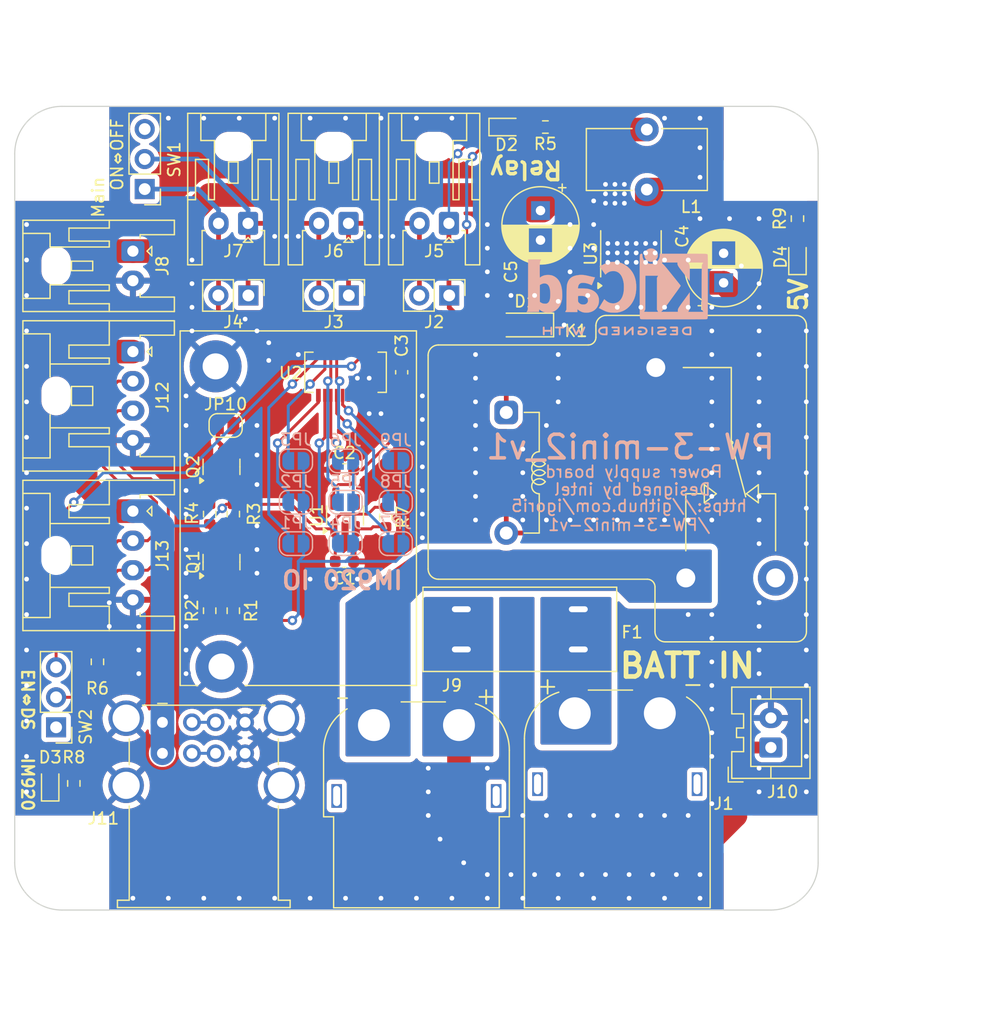
<source format=kicad_pcb>
(kicad_pcb (version 20240108) (generator "pcbnew") (generator_version "8.0")
  (layers (0 "F.Cu" signal) (31 "B.Cu" signal) (34 "B.Paste" user) (35 "F.Paste" user) (36 "B.SilkS" user "B.Silkscreen") (37 "F.SilkS" user "F.Silkscreen") (38 "B.Mask" user) (39 "F.Mask" user) (44 "Edge.Cuts" user))
  (net 0 "")
  (net 1 "GND")
  (net 2 "Net-(D4-A)")
  (net 3 "Net-(J11-D1+)")
  (net 4 "Net-(J1-Pin_2)")
  (net 5 "Net-(J11-D2+)")
  (net 6 "Net-(D1-A)")
  (net 7 "+5V")
  (net 8 "Net-(D3-A)")
  (net 9 "+BATT")
  (net 10 "Net-(L1-Pad1)")
  (net 11 "Net-(D3-K)")
  (net 12 "Net-(J2-Pin_2)")
  (net 13 "/Vout-")
  (net 14 "Net-(J3-Pin_2)")
  (net 15 "Net-(J4-Pin_2)")
  (net 16 "/IM920_IN")
  (net 17 "Net-(SW2-B)")
  (net 19 "Net-(Q1-C)")
  (net 20 "Net-(Q2-G)")
  (net 21 "Net-(U1-EN)")
  (net 24 "/IM920_RESET")
  (net 28 "+3V3")
  (net 31 "Net-(Q1-B)")
  (net 37 "Net-(D2-A)")
  (net 38 "/CANH")
  (net 39 "/CANL")
  (net 40 "/IM920_IO1")
  (net 41 "/IM920_IO2")
  (net 42 "/IM920_IO6")
  (net 43 "/IM920_IO7")
  (net 44 "/IM920_IO5")
  (net 45 "/IM920_IO3")
  (net 46 "/IM920_IO4")
  (net 47 "/IM920_IO8")
  (net 48 "/IM920_IO10")
  (footprint "Resistor_SMD:R_0603_1608Metric" (layer "F.Cu") (at 119 97 90)
    (property "Reference" "R6")
    (property "Value" "120")
  )
  (footprint "Package_TO_SOT_SMD:SOT-23-5" (layer "F.Cu") (at 139.956249 84.6125 90)
    (property "Reference" "U1")
    (property "Value" "MIC5504-3.3YM5")
  )
  (footprint "Capacitor_SMD:C_0603_1608Metric" (layer "F.Cu") (at 139.901249 88.505 180)
    (property "Reference" "C1")
    (property "Value" "1u")
  )
  (footprint "Resistor_SMD:R_0603_1608Metric" (layer "F.Cu") (at 130.5 92.675 90)
    (property "Reference" "R1")
    (property "Value" "1k")
  )
  (footprint "Capacitor_THT:CP_Radial_D6.3mm_P2.50mm" (layer "F.Cu") (at 156.5 58.817621 -90)
    (property "Reference" "C5")
    (property "Value" "470μF")
  )
  (footprint "Capacitor_SMD:C_0603_1608Metric" (layer "F.Cu") (at 144.75 72.5 -90)
    (property "Reference" "C3")
    (property "Value" "100n")
  )
  (footprint "Resistor_SMD:R_0603_1608Metric" (layer "F.Cu") (at 130.5 84.5 90)
    (property "Reference" "R3")
    (property "Value" "10k")
  )
  (footprint "Resistor_SMD:R_0603_1608Metric" (layer "F.Cu") (at 117 107.2875 -90)
    (property "Reference" "R8")
    (property "Value" "10k")
  )
  (footprint "Connector_JST:JST_XA_S02B-XASK-1_1x02_P2.50mm_Horizontal" (layer "F.Cu") (at 122 62.25 -90)
    (property "Reference" "J8")
    (property "Value" "Conn_01x02_Female")
  )
  (footprint "Connector_AMASS:AMASS_XT60PW-M_1x02_P7.20mm_Horizontal" (layer "F.Cu") (at 166.6 101.35 180)
    (property "Reference" "J1")
    (property "Value" "XT60_M")
  )
  (footprint "Connector_JST:JST_XA_B02B-XASK-1_1x02_P2.50mm_Vertical" (layer "F.Cu") (at 176 104.25 90)
    (property "Reference" "J10")
    (property "Value" "Conn_01x02_Female")
  )
  (footprint "Jumper:SolderJumper-2_P1.3mm_Open_RoundedPad1.0x1.5mm" (layer "F.Cu") (at 129.85 77)
    (property "Reference" "JP10")
    (property "Value" "SolderJumper_2_Open")
  )
  (footprint "Library:IM920s" (layer "F.Cu") (at 136 84 180)
    (property "Reference" "U2")
    (property "Value" "IM920s")
  )
  (footprint "Resistor_SMD:R_0603_1608Metric" (layer "F.Cu") (at 156.9125 51.75 180)
    (property "Reference" "R5")
    (property "Value" "10k")
  )
  (footprint "Capacitor_SMD:C_0603_1608Metric" (layer "F.Cu") (at 139.906249 80.75)
    (property "Reference" "C2")
    (property "Value" "1u")
  )
  (footprint "MountingHole:MountingHole_3.2mm_M3" (layer "F.Cu") (at 116 54)
    (property "Reference" "H1" (hide yes))
    (property "Value" "MountingHole")
  )
  (footprint "MountingHole:MountingHole_3.2mm_M3" (layer "F.Cu") (at 176 54)
    (property "Reference" "H2" (hide yes))
    (property "Value" "MountingHole")
  )
  (footprint "Inductor_THT:L_Toroid_Vertical_L10.0mm_W5.0mm_P5.08mm" (layer "F.Cu") (at 165.5 57.04 180)
    (property "Reference" "L1")
    (property "Value" "50μH")
  )
  (footprint "Package_SO:SOIC-8_3.9x4.9mm_P1.27mm" (layer "F.Cu") (at 164.155 62.475 90)
    (property "Reference" "U3")
    (property "Value" "DAISO_DC/DC")
  )
  (footprint "Capacitor_THT:CP_Radial_D6.3mm_P2.50mm" (layer "F.Cu") (at 172 64.93238 90)
    (property "Reference" "C4")
    (property "Value" "100μF")
  )
  (footprint "LED_SMD:LED_0603_1608Metric" (layer "F.Cu") (at 153.625 51.75)
    (property "Reference" "D2")
    (property "Value" "LED")
  )
  (footprint "Connector_JST:JST_XA_S04B-XASK-1_1x04_P2.50mm_Horizontal" (layer "F.Cu") (at 122 84.25 -90)
    (property "Reference" "J13")
    (property "Value" "Conn_01x04_Female")
  )
  (footprint "Connector_PinHeader_2.54mm:PinHeader_1x02_P2.54mm_Vertical" (layer "F.Cu") (at 140.275 66 -90)
    (property "Reference" "J3")
    (property "Value" "Conn_01x02_Male")
  )
  (footprint "Connector_JST:JST_XA_S02B-XASK-1_1x02_P2.50mm_Horizontal" (layer "F.Cu") (at 148.75 59.9 180)
    (property "Reference" "J5")
    (property "Value" "Conn_01x02_Female")
  )
  (footprint "Resistor_SMD:R_0603_1608Metric" (layer "F.Cu") (at 178.25 59.5 -90)
    (property "Reference" "R9")
    (property "Value" "R")
  )
  (footprint "Connector_AMASS:AMASS_XT60PW-F_1x02_P7.20mm_Horizontal" (layer "F.Cu") (at 142.4 102.35 180)
    (property "Reference" "J9")
    (property "Value" "XT60_F")
  )
  (footprint "Connector_PinHeader_2.54mm:PinHeader_1x03_P2.54mm_Vertical" (layer "F.Cu") (at 123 57 180)
    (property "Reference" "SW1")
    (property "Value" "SW_SPDT")
  )
  (footprint "Connector_USB:USB_A_Wuerth_61400826021_Horizontal_Stacked" (layer "F.Cu") (at 124.5 102.12)
    (property "Reference" "J11")
    (property "Value" "USB_A_Stacked")
  )
  (footprint "Connector_PinHeader_2.54mm:PinHeader_1x03_P2.54mm_Vertical" (layer "F.Cu") (at 115.5 102.54 180)
    (property "Reference" "SW2")
    (property "Value" "SW_SPDT")
  )
  (footprint "LED_SMD:LED_0603_1608Metric" (layer "F.Cu") (at 178.25 62.75 90)
    (property "Reference" "D4")
    (property "Value" "LED")
  )
  (footprint "Connector_PinHeader_2.54mm:PinHeader_1x02_P2.54mm_Vertical" (layer "F.Cu") (at 131.775 66 -90)
    (property "Reference" "J4")
    (property "Value" "Conn_01x02_Male")
  )
  (footprint "Library:Fuseholder_Keystone_3568" (layer "F.Cu") (at 154.75 94.25 180)
    (property "Reference" "F1")
    (property "Value" "Fuse")
  )
  (footprint "Package_TO_SOT_SMD:SOT-23" (layer "F.Cu") (at 129.5 88.5625 90)
    (property "Reference" "Q1")
    (property "Value" "2SC3325-Y")
  )
  (footprint "Connector_JST:JST_XA_S04B-XASK-1_1x04_P2.50mm_Horizontal" (layer "F.Cu") (at 122 70.75 -90)
    (property "Reference" "J12")
    (property "Value" "Conn_01x04_Female")
  )
  (footprint "Connector_PinHeader_2.54mm:PinHeader_1x02_P2.54mm_Vertical" (layer "F.Cu") (at 148.775 66 -90)
    (property "Reference" "J2")
    (property "Value" "Conn_01x02_Male")
  )
  (footprint "Package_TO_SOT_SMD:SOT-23" (layer "F.Cu") (at 129.5 80.5 90)
    (property "Reference" "Q2")
    (property "Value" "2N7002K")
  )
  (footprint "MountingHole:MountingHole_3.2mm_M3" (layer "F.Cu") (at 176 114)
    (property "Reference" "H4" (hide yes))
    (property "Value" "MountingHole")
  )
  (footprint "Connector_JST:JST_XA_S02B-XASK-1_1x02_P2.50mm_Horizontal" (layer "F.Cu") (at 131.75 59.9 180)
    (property "Reference" "J7")
    (property "Value" "Conn_01x02_Female")
  )
  (footprint "Resistor_SMD:R_0603_1608Metric" (layer "F.Cu") (at 128.5 84.5 -90)
    (property "Reference" "R4")
    (property "Value" "10")
  )
  (footprint "MountingHole:MountingHole_3.2mm_M3" (layer "F.Cu") (at 116 114)
    (property "Reference" "H3" (hide yes))
    (property "Value" "MountingHole")
  )
  (footprint "Relay_THT:Relay_SPDT_RAYEX-L90S" (layer "F.Cu") (at 151.06 81)
    (property "Reference" "K1")
    (property "Value" "PR24-24V-900-1C")
  )
  (footprint "LED_SMD:LED_0603_1608Metric" (layer "F.Cu") (at 115 107.2875 90)
    (property "Reference" "D3")
    (property "Value" "LED")
  )
  (footprint "Connector_JST:JST_XA_S02B-XASK-1_1x02_P2.50mm_Horizontal" (layer "F.Cu") (at 140.25 59.9 180)
    (property "Reference" "J6")
    (property "Value" "Conn_01x02_Female")
  )
  (footprint "Resistor_SMD:R_0603_1608Metric" (layer "F.Cu") (at 143.406249 84.75 -90)
    (property "Reference" "R7")
    (property "Value" "10k")
  )
  (footprint "Resistor_SMD:R_0603_1608Metric" (layer "F.Cu") (at 128.5 92.675 -90)
    (property "Reference" "R2")
    (property "Value" "10k")
  )
  (footprint "Diode_SMD:D_SOD-123" (layer "F.Cu") (at 155.25 68.5 180)
    (property "Reference" "D1")
    (property "Value" "GS1010FL")
  )
  (footprint "Jumper:SolderJumper-2_P1.3mm_Open_RoundedPad1.0x1.5mm" (layer "B.Cu") (at 140 83.5 180)
    (property "Reference" "JP5")
    (property "Value" "SolderJumper_2_Open")
  )
  (footprint "Jumper:SolderJumper-2_P1.3mm_Open_RoundedPad1.0x1.5mm" (layer "B.Cu") (at 140 80 180)
    (property "Reference" "JP6")
    (property "Value" "SolderJumper_2_Open")
  )
  (footprint "Jumper:SolderJumper-2_P1.3mm_Open_RoundedPad1.0x1.5mm" (layer "B.Cu") (at 144.25 83.5 180)
    (property "Reference" "JP8")
    (property "Value" "SolderJumper_2_Open")
  )
  (footprint "Jumper:SolderJumper-2_P1.3mm_Open_RoundedPad1.0x1.5mm" (layer "B.Cu") (at 140 87 180)
    (property "Reference" "JP4")
    (property "Value" "SolderJumper_2_Open")
  )
  (footprint "Jumper:SolderJumper-2_P1.3mm_Open_RoundedPad1.0x1.5mm" (layer "B.Cu") (at 144.25 80 180)
    (property "Reference" "JP9")
    (property "Value" "SolderJumper_2_Open")
  )
  (footprint "Jumper:SolderJumper-2_P1.3mm_Open_RoundedPad1.0x1.5mm" (layer "B.Cu") (at 135.8 83.5 180)
    (property "Reference" "JP2")
    (property "Value" "SolderJumper_2_Open")
  )
  (footprint "Jumper:SolderJumper-2_P1.3mm_Open_RoundedPad1.0x1.5mm" (layer "B.Cu") (at 144.25 87 180)
    (property "Reference" "JP7")
    (property "Value" "SolderJumper_2_Open")
  )
  (footprint "Symbol:KiCad-Logo2_6mm_SilkScreen" (layer "B.Cu") (at 163 65 180)
    (property "Reference" "REF**" (hide yes))
    (property "Value" "KiCad-Logo2_6mm_SilkScreen" (hide yes))
  )
  (footprint "Jumper:SolderJumper-2_P1.3mm_Open_RoundedPad1.0x1.5mm" (layer "B.Cu") (at 135.8 87 180)
    (property "Reference" "JP1")
    (property "Value" "SolderJumper_2_Open")
  )
  (footprint "Jumper:SolderJumper-2_P1.3mm_Open_RoundedPad1.0x1.5mm" (layer "B.Cu") (at 135.8 80 180)
    (property "Reference" "JP3")
    (property "Value" "SolderJumper_2_Open")
  )
  (gr_arc (start 176 50) (mid 178.828427 51.171573) (end 180 54) (stroke (width 0.1)) (layer "Edge.Cuts"))
  (gr_line (start 112 114) (end 112 54) (stroke (width 0.1)) (layer "Edge.Cuts"))
  (gr_arc (start 180 114) (mid 178.828427 116.828427) (end 176 118) (stroke (width 0.1)) (layer "Edge.Cuts"))
  (gr_line (start 116 118) (end 176 118) (stroke (width 0.1)) (layer "Edge.Cuts"))
  (gr_arc (start 112 54) (mid 113.171573 51.171573) (end 116 50) (stroke (width 0.1)) (layer "Edge.Cuts"))
  (gr_line (start 176 50) (end 116 50) (stroke (width 0.1)) (layer "Edge.Cuts"))
  (gr_line (start 180 114) (end 180 54) (stroke (width 0.1)) (layer "Edge.Cuts"))
  (gr_arc (start 116 118) (mid 113.171573 116.828427) (end 112 114) (stroke (width 0.1)) (layer "Edge.Cuts"))
  (gr_text "Power supply board " (at 172 81.5 -0) (layer "B.SilkS") (effects (font (size 1 1)) (justify left bottom mirror)))
  (gr_text "IM920 IO" (at 145 91 0) (layer "B.SilkS") (effects (font (size 1.5 1.5) (thickness 0.3) (bold yes)) (justify left bottom mirror)))
  (gr_text "PW-3-mini2_v1" (at 176.5 80 0) (layer "B.SilkS") (effects (font (size 2 2) (thickness 0.3) (bold yes)) (justify left bottom mirror)))
  (gr_text "https://github.com/igori5\n/PW-3-mini2-v1" (at 164 86 0) (layer "B.SilkS") (effects (font (size 1 1)) (justify bottom mirror)))
  (gr_text "Designed by intel" (at 171 83 -0) (layer "B.SilkS") (effects (font (size 1 1)) (justify left bottom mirror)))
  (gr_text "IM920" (at 112.5 105 -90) (layer "F.SilkS") (effects (font (size 1 1) (thickness 0.2) (bold yes)) (justify left bottom)))
  (gr_text "5V" (at 179.2 67.5 90) (layer "F.SilkS") (effects (font (size 1.5 1.5) (thickness 0.3) (bold yes)) (justify left bottom)))
  (gr_text "Main \n   ON⇔OFF" (at 121.25 59.5 90) (layer "F.SilkS") (effects (font (size 1 1)) (justify left bottom)))
  (gr_text "BATT IN" (at 163 98.5 0) (layer "F.SilkS") (effects (font (size 2 2) (thickness 0.4) (bold yes)) (justify left bottom)))
  (gr_text "Relay" (at 158.5 54.5 180) (layer "F.SilkS") (effects (font (size 1.5 1.5) (thickness 0.3) (bold yes)) (justify left bottom)))
  (gr_text "EN⇔DS" (at 112.5 97.5 -90) (layer "F.SilkS") (effects (font (size 1 1) (thickness 0.2) (bold yes)) (justify left bottom)))
  (segment (start 141.75 74.45) (end 141.75 73.25) (width 0.25) (layer "F.Cu") (net 1))
  (segment (start 141.75 75.75) (end 142 76) (width 0.25) (layer "F.Cu") (net 1))
  (segment (start 141.75 73.25) (end 142 73) (width 0.25) (layer "F.Cu") (net 1))
  (segment (start 141.75 74.45) (end 141.75 75.75) (width 0.25) (layer "F.Cu") (net 1))
  (via (at 179 72) (size 0.8) (drill 0.4) (layers "F.Cu" "B.Cu") (net 1))
  (via (at 132.5 77) (size 0.8) (drill 0.4) (layers "F.Cu" "B.Cu") (net 1))
  (via (at 113 63) (size 0.8) (drill 0.4) (layers "F.Cu" "B.Cu") (net 1))
  (via (at 162.8 58.2) (size 0.8) (drill 0.4) (layers "F.Cu" "B.Cu") (net 1))
  (via (at 126.5 94) (size 0.8) (drill 0.4) (layers "F.Cu" "B.Cu") (net 1))
  (via (at 169 67) (size 0.8) (drill 0.4) (layers "F.Cu" "B.Cu") (net 1))
  (via (at 159 60) (size 0.8) (drill 0.4) (layers "F.Cu" "B.Cu") (net 1))
  (via (at 166 115) (size 0.8) (drill 0.4) (layers "F.Cu" "B.Cu") (net 1))
  (via (at 151 79) (size 0.8) (drill 0.4) (layers "F.Cu" "B.Cu") (net 1))
  (via (at 166.2 61.6) (size 0.8) (drill 0.4) (layers "F.Cu" "B.Cu") (net 1))
  (via (at 162 56.6) (size 0.8) (drill 0.4) (layers "F.Cu" "B.Cu") (net 1))
  (via (at 122.5 94) (size 0.8) (drill 0.4) (layers "F.Cu" "B.Cu") (net 1))
  (via (at 134 61) (size 0.8) (drill 0.4) (layers "F.Cu" "B.Cu") (net 1))
  (via (at 170 56) (size 0.8) (drill 0.4) (layers "F.Cu" "B.Cu") (net 1))
  (via (at 128 51) (size 0.8) (drill 0.4) (layers "F.Cu" "B.Cu") (net 1))
  (via (at 171 103) (size 0.8) (drill 0.4) (layers "F.Cu" "B.Cu") (net 1))
  (via (at 161 85) (size 0.8) (drill 0.4) (layers "F.Cu" "B.Cu") (net 1))
  (via (at 158 117) (size 0.8) (drill 0.4) (layers "F.Cu" "B.Cu") (net 1))
  (via (at 126.5 89.5) (size 0.8) (drill 0.4) (layers "F.Cu" "B.Cu") (net 1))
  (via (at 167 110) (size 0.8) (drill 0.4) (layers "F.Cu" "B.Cu") (net 1))
  (via (at 166.2 62.4) (size 0.8) (drill 0.4) (layers "F.Cu" "B.Cu") (net 1))
  (via (at 170 53.5) (size 0.8) (drill 0.4) (layers "F.Cu" "B.Cu") (net 1))
  (via (at 164.6 63.2) (size 0.8) (drill 0.4) (layers "F.Cu" "B.Cu") (net 1))
  (via (at 122.5 98) (size 0.8) (drill 0.4) (layers "F.Cu" "B.Cu") (net 1))
  (via (at 126.5 96) (size 0.8) (drill 0.4) (layers "F.Cu" "B.Cu") (net 1))
  (via (at 155 81) (size 0.8) (drill 0.4) (layers "F.Cu" "B.Cu") (net 1))
  (via (at 142 61) (size 0.8) (drill 0.4) (layers "F.Cu" "B.Cu") (net 1))
  (via (at 171 79) (size 0.8) (drill 0.4) (layers "F.Cu" "B.Cu") (net 1))
  (via (at 169 63) (size 0.8) (drill 0.4) (layers "F.Cu" "B.Cu") (net 1))
  (via (at 122 117) (size 0.8) (drill 0.4) (layers "F.Cu" "B.Cu") (net 1))
  (via (at 159 110) (size 0.8) (drill 0.4) (layers "F.Cu" "B.Cu") (net 1))
  (via (at 162.2 62.4) (size 0.8) (drill 0.4) (layers "F.Cu" "B.Cu") (net 1))
  (via (at 151 85) (size 0.8) (drill 0.4) (layers "F.Cu" "B.Cu") (net 1))
  (via (at 132.5 69) (size 0.8) (drill 0.4) (layers "F.Cu" "B.Cu") (net 1))
  (via (at 131.5 68) (size 0.8) (drill 0.4) (layers "F.Cu" "B.Cu") (net 1))
  (via (at 171 97) (size 0.8) (drill 0.4) (layers "F.Cu" "B.Cu") (net 1))
  (via (at 152 62) (size 0.8) (drill 0.4) (layers "F.Cu" "B.Cu") (net 1))
  (via (at 165.4 62.4) (size 0.8) (drill 0.4) (layers "F.Cu" "B.Cu") (net 1))
  (via (at 132.5 87.5) (size 0.8) (drill 0.4) (layers "F.Cu" "B.Cu") (net 1))
  (via (at 163 62.4) (size 0.8) (drill 0.4) (layers "F.Cu" "B.Cu") (net 1))
  (via (at 161 58) (size 0.8) (drill 0.4) (layers "F.Cu" "B.Cu") (net 1))
  (via (at 152 66) (size 0.8) (drill 0.4) (layers "F.Cu" "B.Cu") (net 1))
  (via (at 152 115) (size 0.8) (drill 0.4) (layers "F.Cu" "B.Cu") (net 1))
  (via (at 136 71) (size 0.8) (drill 0.4) (layers "F.Cu" "B.Cu") (net 1))
  (via (at 179 66) (size 0.8) (drill 0.4) (layers "F.Cu" "B.Cu") (net 1))
  (via (at 125 117) (size 0.8) (drill 0.4) (layers "F.Cu" "B.Cu") (net 1))
  (via (at 175 59.5) (size 0.8) (drill 0.4) (layers "F.Cu" "B.Cu") (net 1))
  (via (at 157 110) (size 0.8) (drill 0.4) (layers "F.Cu" "B.Cu") (net 1))
  (via (at 164 117) (size 0.8) (drill 0.4) (layers "F.Cu" "B.Cu") (net 1))
  (via (at 113 66) (size 0.8) (drill 0.4) (layers "F.Cu" "B.Cu") (net 1))
  (via (at 158 71) (size 0.8) (drill 0.4) (layers "F.Cu" "B.Cu") (net 1))
  (via (at 163 61.6) (size 0.8) (drill 0.4) (layers "F.Cu" "B.Cu") (net 1))
  (via (at 146.5 82.5) (size 0.8) (drill 0.4) (layers "F.Cu" "B.Cu") (net 1))
  (via (at 126.5 74.5) (size 0.8) (drill 0.4) (layers "F.Cu" "B.Cu") (net 1))
  (via (at 163 85) (size 0.8) (drill 0.4) (layers "F.Cu" "B.Cu") (net 1))
  (via (at 179 96) (size 0.8) (drill 0.4) (layers "F.Cu" "B.Cu") (net 1))
  (via (at 171 83) (size 0.8) (drill 0.4) (layers "F.Cu" "B.Cu") (net 1))
  (via (at 125 51) (size 0.8) (drill 0.4) (layers "F.Cu" "B.Cu") (net 1))
  (via (at 156 66) (size 0.8) (drill 0.4) (layers "F.Cu" "B.Cu") (net 1))
  (via (at 167 85) (size 0.8) (drill 0.4) (layers "F.Cu" "B.Cu") (net 1))
  (via (at 126.5 91.5) (size 0.8) (drill 0.4) (layers "F.Cu" "B.Cu") (net 1))
  (via (at 152 64) (size 0.8) (drill 0.4) (layers "F.Cu" "B.Cu") (net 1))
  (via (at 136 61) (size 0.8) (drill 0.4) (layers "F.Cu" "B.Cu") (net 1))
  (via (at 175 92) (size 0.8) (drill 0.4) (layers "F.Cu" "B.Cu") (net 1))
  (via (at 158 75) (size 0.8) (drill 0.4) (layers "F.Cu" "B.Cu") (net 1))
  (via (at 163 63.2) (size 0.8) (drill 0.4) (layers "F.Cu" "B.Cu") (net 1))
  (via (at 163 67) (size 0.8) (drill 0.4) (layers "F.Cu" "B.Cu") (net 1))
  (via (at 159 64) (size 0.8) (drill 0.4) (layers "F.Cu" "B.Cu") (net 1))
  (via (at 171 69) (size 0.8) (drill 0.4) (layers "F.Cu" "B.Cu") (net 1))
  (via (at 148 112) (size 0.8) (drill 0.4) (layers "F.Cu" "B.Cu") (net 1))
  (via (at 170 59.5) (size 0.8) (drill 0.4) (layers "F.Cu" "B.Cu") (net 1))
  (via (at 175 98) (size 0.8) (drill 0.4) (layers "F.Cu" "B.Cu") (net 1))
  (via (at 179 69) (size 0.8) (drill 0.4) (layers "F.Cu" "B.Cu") (net 1))
  (via (at 163.8 62.4) (size 0.8) (drill 0.4) (layers "F.Cu" "B.Cu") (net 1))
  (via (at 113 90) (size 0.8) (drill 0.4) (layers "F.Cu" "B.Cu") (net 1))
  (via (at 161 62) (size 0.8) (drill 0.4) (layers "F.Cu" "B.Cu") (net 1))
  (via (at 134 51) (size 0.8) (drill 0.4) (layers "F.Cu" "B.Cu") (net 1))
  (via (at 161 60) (size 0.8) (drill 0.4) (layers "F.Cu" "B.Cu") (net 1))
  (via (at 151 77) (size 0.8) (drill 0.4) (layers "F.Cu" "B.Cu") (net 1))
  (via (at 113 87) (size 0.8) (drill 0.4) (layers "F.Cu" "B.Cu") (net 1))
  (via (at 132.5 79.5) (size 0.8) (drill 0.4) (layers "F.Cu" "B.Cu") (net 1))
  (via (at 165.4 63.2) (size 0.8) (drill 0.4) (layers "F.Cu" "B.Cu") (net 1))
  (via (at 162 58.2) (size 0.8) (drill 0.4) (layers "F.Cu" "B.Cu") (net 1))
  (via (at 163.6 57.4) (size 0.8) (drill 0.4) (layers "F.Cu" "B.Cu") (net 1))
  (via (at 171 93) (size 0.8) (drill 0.4) (layers "F.Cu" "B.Cu") (net 1))
  (via (at 163.8 61.6) (size 0.8) (drill 0.4) (layers "F.Cu" "B.Cu") (net 1))
  (via (at 131 117) (size 0.8) (drill 0.4) (layers "F.Cu" "B.Cu") (net 1))
  (via (at 171 101) (size 0.8) (drill 0.4) (layers "F.Cu" "B.Cu") (net 1))
  (via (at 113 105) (size 0.8) (drill 0.4) (layers "F.Cu" "B.Cu") (net 1))
  (via (at 179 93) (size 0.8) (drill 0.4) (layers "F.Cu" "B.Cu") (net 1))
  (via (at 132.5 85.5) (size 0.8) (drill 0.4) (layers "F.Cu" "B.Cu") (net 1))
  (via (at 169 85) (size 0.8) (drill 0.4) (layers "F.Cu" "B.Cu") (net 1))
  (via (at 171 67) (size 0.8) (drill 0.4) (layers "F.Cu" "B.Cu") (net 1))
  (via (at 134 117) (size 0.8) (drill 0.4) (layers "F.Cu" "B.Cu") (net 1))
  (via (at 126.5 79.5) (size 0.8) (drill 0.4) (layers "F.Cu" "B.Cu") (net 1))
  (via (at 162 115) (size 0.8) (drill 0.4) (layers "F.Cu" "B.Cu") (net 1))
  (via (at 171 77) (size 0.8) (drill 0.4) (layers "F.Cu" "B.Cu") (net 1))
  (via (at 113 99) (size 0.8) (drill 0.4) (layers "F.Cu" "B.Cu") (net 1))
  (via (at 158 73) (size 0.8) (drill 0.4) (layers "F.Cu" "B.Cu") (net 1))
  (via (at 163.8 63.2) (size 0.8) (drill 0.4) (layers "F.Cu" "B.Cu") (net 1))
  (via (at 127 65) (size 0.8) (drill 0.4) (layers "F.Cu" "B.Cu") (net 1))
  (via (at 120 92) (size 0.8) (drill 0.4) (layers "F.Cu" "B.Cu") (net 1))
  (via (at 147 106) (size 0.8) (drill 0.4) (layers "F.Cu" "B.Cu") (net 1))
  (via (at 179 102) (size 0.8) (drill 0.4) (layers "F.Cu" "B.Cu") (net 1))
  (via (at 113 60) (size 0.8) (drill 0.4) (layers "F.Cu" "B.Cu") (net 1))
  (via (at 158 115) (size 0.8) (drill 0.4) (layers "F.Cu" "B.Cu") (net 1))
  (via (at 175 75) (size 0.8) (drill 0.4) (layers "F.Cu" "B.Cu") (net 1))
  (via (at 175 87) (size 0.8) (drill 0.4) (layers "F.Cu" "B.Cu") (net 1))
  (via (at 155 110) (size 0.8) (drill 0.4) (layers "F.Cu" "B.Cu") (net 1))
  (via (at 163.6 56.6) (size 0.8) (drill 0.4) (layers "F.Cu" "B.Cu") (net 1))
  (via (at 154 66) (size 0.8) (drill 0.4) (layers "F.Cu" "B.Cu") (net 1))
  (via (at 157 85) (size 0.8) (drill 0.4) (layers "F.Cu" "B.Cu") (net 1))
  (via (at 126.5 84.5) (size 0.8) (drill 0.4) (layers "F.Cu" "B.Cu") (net 1))
  (via (at 179 90) (size 0.8) (drill 0.4) (layers "F.Cu" "B.Cu") (net 1))
  (via (at 179 81) (size 0.8) (drill 0.4) (layers "F.Cu" "B.Cu") (net 1))
  (via (at 171 85) (size 0.8) (drill 0.4) (layers "F.Cu" "B.Cu") (net 1))
  (via (at 113 78) (size 0.8) (drill 0.4) (layers "F.Cu" "B.Cu") (net 1))
  (via (at 143 117) (size 0.8) (drill 0.4) (layers "F.Cu" "B.Cu") (net 1))
  (via (at 113 81) (size 0.8) (drill 0.4) (layers "F.Cu" "B.Cu") (net 1))
  (via (at 171 95) (size 0.8) (drill 0.4) (layers "F.Cu" "B.Cu") (net 1))
  (via (at 167 67) (size 0.8) (drill 0.4) (layers "F.Cu" "B.Cu") (net 1))
  (via (at 155 79) (size 0.8) (drill 0.4) (layers "F.Cu" "B.Cu") (net 1))
  (via (at 159 85) (size 0.8) (drill 0.4) (layers "F.Cu" "B.Cu") (net 1))
  (via (at 170 115) (size 0.8) (drill 0.4) (layers "F.Cu" "B.Cu") (net 1))
  (via (at 162.8 56.6) (size 0.8) (drill 0.4) (layers "F.Cu" "B.Cu") (net 1))
  (via (at 175 81) (size 0.8) (drill 0.4) (layers "F.Cu" "B.Cu") (net 1))
  (via (at 167 51) (size 0.8) (drill 0.4) (layers "F.Cu" "B.Cu") (net 1))
  (via (at 126.5 87.5) (size 0.8) (drill 0.4) (layers "F.Cu" "B.Cu") (net 1))
  (via (at 164.6 62.4) (size 0.8) (drill 0.4) (layers "F.Cu" "B.Cu") (net 1))
  (via (at 179 87) (size 0.8) (drill 0.4) (layers "F.Cu" "B.Cu") (net 1))
  (via (at 171 109) (size 0.8) (drill 0.4) (layers "F.Cu" "B.Cu") (net 1))
  (via (at 179 105) (size 0.8) (drill 0.4) (layers "F.Cu" "B.Cu") (net 1))
  (via (at 141 73) (size 0.8) (drill 0.4) (layers "F.Cu" "B.Cu") (net 1))
  (via (at 162.8 57.4) (size 0.8) (drill 0.4) (layers "F.Cu" "B.Cu") (net 1))
  (via (at 171 73) (size 0.8) (drill 0.4) (layers "F.Cu" "B.Cu") (net 1))
  (via (at 161 110) (size 0.8) (drill 0.4) (layers "F.Cu" "B.Cu") (net 1))
  (via (at 175 73) (size 0.8) (drill 0.4) (layers "F.Cu" "B.Cu") (net 1))
  (via (at 173.5 63.5) (size 0.8) (drill 0.4) (layers "F.Cu" "B.Cu") (net 1))
  (via (at 137 117) (size 0.8) (drill 0.4) (layers "F.Cu" "B.Cu") (net 1))
  (via (at 159 62) (size 0.8) (drill 0.4) (layers "F.Cu" "B.Cu") (net 1))
  (via (at 146.5 84.5) (size 0.8) (drill 0.4) (layers "F.Cu" "B.Cu") (net 1))
  (via (at 155 85) (size 0.8) (drill 0.4) (layers "F.Cu" "B.Cu") (net 1))
  (via (at 158 66.5) (size 0.8) (drill 0.4) (layers "F.Cu" "B.Cu") (net 1))
  (via (at 165.4 61.6) (size 0.8) (drill 0.4) (layers "F.Cu" "B.Cu") (net 1))
  (via (at 113 75) (size 0.8) (drill 0.4) (layers "F.Cu" "B.Cu") (net 1))
  (via (at 165 85) (size 0.8) (drill 0.4) (layers "F.Cu" "B.Cu") (net 1))
  (via (at 120 94) (size 0.8) (drill 0.4) (layers "F.Cu" "B.Cu") (net 1))
  (via (at 137 90) (size 0.8) (drill 0.4) (layers "F.Cu" "B.Cu") (net 1))
  (via (at 113 93) (size 0.8) (drill 0.4) (layers "F.Cu" "B.Cu") (net 1))
  (via (at 113 69) (size 0.8) (drill 0.4) (layers "F.Cu" "B.Cu") (net 1))
  (via (at 146.5 78.5) (size 0.8) (drill 0.4) (layers "F.Cu" "B.Cu") (net 1))
  (via (at 131 51) (size 0.8) (drill 0.4) (layers "F.Cu" "B.Cu") (net 1))
  (via (at 151 73) (size 0.8) (drill 0.4) (layers "F.Cu" "B.Cu") (net 1))
  (via (at 133.5 70) (size 0.8) (drill 0.4) (layers "F.Cu" "B.Cu") (net 1))
  (via (at 155 83) (size 0.8) (drill 0.4) (layers "F.Cu" "B.Cu") (net 1))
  (via (at 133.5 71.5) (size 0.8) (drill 0.4) (layers "F.Cu" "B.Cu") (net 1))
  (via (at 179 78) (size 0.8) (drill 0.4) (layers "F.Cu" "B.Cu") (net 1))
  (via (at 149 117) (size 0.8) (drill 0.4) (layers "F.Cu" "B.Cu") (net 1))
  (via (at 155 117) (size 0.8) (drill 0.4) (layers "F.Cu" "B.Cu") (net 1))
  (via (at 179 99) (size 0.8) (drill 0.4) (layers "F.Cu" "B.Cu") (net 1))
  (via (at 175 108) (size 0.8) (drill 0.4) (layers "F.Cu" "B.Cu") (net 1))
  (via (at 126.5 98) (size 0.8) (drill 0.4) (layers "F.Cu" "B.Cu") (net 1))
  (via (at 151 83) (size 0.8) (drill 0.4) (layers "F.Cu" "B.Cu") (net 1))
  (via (at 167 63) (size 0.8) (drill 0.4) (layers "F.Cu" "B.Cu") (net 1))
  (via (at 163.6 58.2) (size 0.8) (drill 0.4) (layers "F.Cu" "B.Cu") (net 1))
  (via (at 161 117) (size 0.8) (drill 0.4) (layers "F.Cu" "B.Cu") (net 1))
  (via (at 166.2 63.2) (size 0.8) (drill 0.4) (layers "F.Cu" "B.Cu") (net 1))
  (via (at 179 75) (size 0.8) (drill 0.4) (layers "F.Cu" "B.Cu") (net 1))
  (via (at 140 51) (size 0.8) (drill 0.4) (layers "F.Cu" "B.Cu") (net 1))
  (via (at 179 108) (size 0.8) (drill 0.4) (layers "F.Cu" "B.Cu") (net 1))
  (via (at 162 57.4) (size 0.8) (drill 0.4) (layers "F.Cu" "B.Cu") (net 1))
  (via (at 113 108) (size 0.8) (drill 0.4) (layers "F.Cu" "B.Cu") (net 1))
  (via (at 128 117) (size 0.8) (drill 0.4) (layers "F.Cu" "B.Cu") (net 1))
  (via (at 151 71) (size 0.8) (drill 0.4) (layers "F.Cu" "B.Cu") (net 1))
  (via (at 175 106) (size 0.8) (drill 0.4) (layers "F.Cu" "B.Cu") (net 1))
  (via (at 169 93) (size 0.8) (drill 0.4) (layers "F.Cu" "B.Cu") (net 1))
  (via (at 143 51) (size 0.8) (drill 0.4) (layers "F.Cu" "B.Cu") (net 1))
  (via (at 146.5 74.5) (size 0.8) (drill 0.4) (layers "F.Cu" "B.Cu") (net 1))
  (via (at 146.5 80.5) (size 0.8) (drill 0.4) (layers "F.Cu" "B.Cu") (net 1))
  (via (at 171 99) (size 0.8) (drill 0.4) (layers "F.Cu" "B.Cu") (net 1))
  (via (at 122.5 96) (size 0.8) (drill 0.4) (layers "F.Cu" "B.Cu") (net 1))
  (via (at 175 77) (size 0.8) (drill 0.4) (layers "F.Cu" "B.Cu") (net 1))
  (via (at 168 115) (size 0.8) (drill 0.4) (layers "F.Cu" "B.Cu") (net 1))
  (via (at 146.5 86.5) (size 0.8) (drill 0.4) (layers "F.Cu" "B.Cu") (net 1))
  (via (at 160.5 66) (size 0.8) (drill 0.4) (layers "F.Cu" "B.Cu") (net 1))
  (via (at 175 100) (size 0.8) (drill 0.4) (layers "F.Cu" "B.Cu") (net 1))
  (via (at 162.2 61.6) (size 0.8) (drill 0.4) (layers "F.Cu" "B.Cu") (net 1))
  (via (at 164 115) (size 0.8) (drill 0.4) (layers "F.Cu" "B.Cu") (net 1))
  (via (at 127 63) (size 0.8) (drill 0.4) (layers "F.Cu" "B.Cu") (net 1))
  (via (at 175 85) (size 0.8) (drill 0.4) (layers "F.Cu" "B.Cu") (net 1))
  (via (at 140 117) (size 0.8) (drill 0.4) (layers "F.Cu" "B.Cu") (net 1))
  (via (at 132.5 82) (size 0.8) (drill 0.4) (layers "F.Cu" "B.Cu") (net 1))
  (via (at 163 110) (size 0.8) (drill 0.4) (layers "F.Cu" "B.Cu") (net 1))
  (via (at 113 102) (size 0.8) (drill 0.4) (layers "F.Cu" "B.Cu") (net 1))
  (via (at 113 84) (size 0.8) (drill 0.4) (layers "F.Cu" "B.Cu") (net 1))
  (via (at 171 75) (size 0.8) (drill 0.4) (layers "F.Cu" "B.Cu") (net 1))
  (via (at 157 77) (size 0.8) (drill 0.4) (layers "F.Cu" "B.Cu") (net 1))
  (via (at 165 110) (size 0.8) (drill 0.4) (layers "F.Cu" "B.Cu") (net 1))
  (via (at 143 61) (size 0.8) (drill 0.4) (layers "F.Cu" "B.Cu") (net 1))
  (via (at 175 65) (size 0.8) (drill 0.4) (layers "F.Cu" "B.Cu") (net 1))
  (via (at 147 108) (size 0.8) (drill 0.4) (layers "F.Cu" "B.Cu") (net 1))
  (via (at 142 76) (size 0.8) (drill 0.4) (layers "F.Cu" "B.Cu") (net 1))
  (via (at 146 117) (size 0.8) (drill 0.4) (layers "F.Cu" "B.Cu") (net 1))
  (via (at 158.5 68.5) (size 0.8) (drill 0.4) (layers "F.Cu" "B.Cu") (net 1))
  (via (at 170 117) (size 0.8) (drill 0.4) (layers "F.Cu" "B.Cu") (net 1))
  (via (at 126.5 77) (size 0.8) (drill 0.4) (layers "F.Cu" "B.Cu") (net 1))
  (via (at 175 96) (size 0.8) (drill 0.4) (layers "F.Cu" "B.Cu") (net 1))
  (via (at 175 79) (size 0.8) (drill 0.4) (layers "F.Cu" "B.Cu") (net 1))
  (via (at 160 115) (size 0.8) (drill 0.4) (layers "F.Cu" "B.Cu") (net 1))
  (via (at 164.6 61.6) (size 0.8) (drill 0.4) (layers "F.Cu" "B.Cu") (net 1))
  (via (at 152 60) (size 0.8) (drill 0.4) (layers "F.Cu" "B.Cu") (net 1))
  (via (at 171 81) (size 0.8) (drill 0.4) (layers "F.Cu" "B.Cu") (net 1))
  (via (at 143 76) (size 0.8) (drill 0.4) (layers "F.Cu" "B.Cu") (net 1))
  (via (at 135 61) (size 0.8) (drill 0.4) (layers "F.Cu" "B.Cu") (net 1))
  (via (at 175 67) (size 0.8) (drill 0.4) (layers "F.Cu" "B.Cu") (net 1))
  (via (at 144 61) (size 0.8) (drill 0.4) (layers "F.Cu" "B.Cu") (net 1))
  (via (at 139 90) (size 0.8) (drill 0.4) (layers "F.Cu" "B.Cu") (net 1))
  (via (at 142 73) (size 0.8) (drill 0.4) (layers "F.Cu" "B.Cu") (net 1))
  (via (at 146.5 76.5) (size 0.8) (drill 0.4) (layers "F.Cu" "B.Cu") (net 1))
  (via (at 127 69) (size 0.8) (drill 0.4) (layers "F.Cu" "B.Cu") (net 1))
  (via (at 170 51) (size 0.8) (drill 0.4) (layers "F.Cu" "B.Cu") (net 1))
  (via (at 165 67) (size 0.8) (drill 0.4) (layers "F.Cu" "B.Cu") (net 1))
  (via (at 152 106) (size 0.8) (drill 0.4) (layers "F.Cu" "B.Cu") (net 1))
  (via (at 179 84) (size 0.8) (drill 0.4) (layers "F.Cu" "B.Cu") (net 1))
  (via (at 175 69) (size 0.8) (drill 0.4) (layers "F.Cu" "B.Cu") (net 1))
  (via (at 175 83) (size 0.8) (drill 0.4) (layers "F.Cu" "B.Cu") (net 1))
  (via (at 113 96) (size 0.8) (drill 0.4) (layers "F.Cu" "B.Cu") (net 1))
  (via (at 171 105) (size 0.8) (drill 0.4) (layers "F.Cu" "B.Cu") (net 1))
  (via (at 154 115) (size 0.8) (drill 0.4) (layers "F.Cu" "B.Cu") (net 1))
  (via (at 167 117) (size 0.8) (drill 0.4) (layers "F.Cu" "B.Cu") (net 1))
  (via (at 172.5 59.5) (size 0.8) (drill 0.4) (layers "F.Cu" "B.Cu") (net 1))
  (via (at 147 110) (size 0.8) (drill 0.4) (layers "F.Cu" "B.Cu") (net 1))
  (via (at 175 71) (size 0.8) (drill 0.4) (layers "F.Cu" "B.Cu") (net 1))
  (via (at 127 67) (size 0.8) (drill 0.4) (layers "F.Cu" "B.Cu") (net 1))
  (via (at 151 75) (size 0.8) (drill 0.4) (layers "F.Cu" "B.Cu") (net 1))
  (via (at 171 71) (size 0.8) (drill 0.4) (layers "F.Cu" "B.Cu") (net 1))
  (via (at 149 51) (size 0.8) (drill 0.4) (layers "F.Cu" "B.Cu") (net 1))
  (via (at 150 114) (size 0.8) (drill 0.4) (layers "F.Cu" "B.Cu") (net 1))
  (via (at 175 94) (size 0.8) (drill 0.4) (layers "F.Cu" "B.Cu") (net 1))
  (via (at 126.5 82.5) (size 0.8) (drill 0.4) (layers "F.Cu" "B.Cu") (net 1))
  (via (at 152 117) (size 0.8) (drill 0.4) (layers "F.Cu" "B.Cu") (net 1))
  (via (at 162.2 63.2) (size 0.8) (drill 0.4) (layers "F.Cu" "B.Cu") (net 1))
  (via (at 132.5 89.5) (size 0.8) (drill 0.4) (layers "F.Cu" "B.Cu") (net 1))
  (via (at 146 51) (size 0.8) (drill 0.4) (layers "F.Cu" "B.Cu") (net 1))
  (via (at 156 115) (size 0.8) (drill 0.4) (layers "F.Cu" "B.Cu") (net 1))
  (via (at 169 110) (size 0.8) (drill 0.4) (layers "F.Cu" "B.Cu") (net 1))
  (via (at 151 81) (size 0.8) (drill 0.4) (layers "F.Cu" "B.Cu") (net 1))
  (via (at 137 51) (size 0.8) (drill 0.4) (layers "F.Cu" "B.Cu") (net 1))
  (via (at 141 90) (size 0.8) (drill 0.4) (layers "F.Cu" "B.Cu") (net 1))
  (via (at 113 72) (size 0.8) (drill 0.4) (layers "F.Cu" "B.Cu") (net 1))
  (segment (start 178.25 60.325) (end 178.25 61.9625) (width 0.25) (layer "F.Cu") (net 2))
  (segment (start 127 102.12) (end 129 102.12) (width 0.25) (layer "B.Cu") (net 3))
  (segment (start 129 104.74) (end 127 104.74) (width 0.25) (layer "B.Cu") (net 5))
  (segment (start 148.75 65.975) (end 148.775 66) (width 0.4) (layer "F.Cu") (net 6))
  (segment (start 151.75 51.75) (end 152.25 51.75) (width 0.2) (layer "F.Cu") (net 6))
  (segment (start 149.5 54) (end 151.75 51.75) (width 0.2) (layer "F.Cu") (net 6))
  (segment (start 153.6 68.5) (end 153.6 75.9) (width 0.4) (layer "F.Cu") (net 6))
  (segment (start 148.775 66) (end 148.775 67.025) (width 0.4) (layer "F.Cu") (net 6))
  (segment (start 150.25 68.5) (end 153.6 68.5) (width 0.4) (layer "F.Cu") (net 6))
  (segment (start 148.775 67.025) (end 150.25 68.5) (width 0.4) (layer "F.Cu") (net 6))
  (segment (start 152.8375 51.75) (end 152.25 51.75) (width 0.2) (layer "F.Cu") (net 6))
  (segment (start 148.75 59.9) (end 148.75 65.975) (width 0.4) (layer "F.Cu") (net 6))
  (via (at 149.5 54) (size 0.8) (drill 0.4) (layers "F.Cu" "B.Cu") (net 6))
  (segment (start 148.75 55.75) (end 148.75 54.75) (width 0.2) (layer "B.Cu") (net 6))
  (segment (start 148.75 54.75) (end 149.5 54) (width 0.2) (layer "B.Cu") (net 6))
  (segment (start 148.75 55.75) (end 148.75 59.9) (width 0.2) (layer "B.Cu") (net 6))
  (segment (start 154.5 57.5) (end 156 57.5) (width 2) (layer "F.Cu") (net 7))
  (segment (start 139.006249 85.087501) (end 139.59375 84.5) (width 0.25) (layer "F.Cu") (net 7))
  (segment (start 130.5 83.675) (end 129.900978 83.675) (width 0.25) (layer "F.Cu") (net 7))
  (segment (start 171 54.5) (end 171.5 55) (width 0.25) (layer "F.Cu") (net 7))
  (segment (start 156.5 58.817621) (end 155.817621 58.817621) (width 2) (layer "F.Cu") (net 7))
  (segment (start 118 73) (end 118 82) (width 2) (layer "F.Cu") (net 7))
  (segment (start 119.75 62.25) (end 118 64) (width 2) (layer "F.Cu") (net 7))
  (segment (start 141.906249 84.5) (end 142.481249 83.925) (width 0.25) (layer "F.Cu") (net 7))
  (segment (start 155.817621 58.817621) (end 154.5 57.5) (width 2) (layer "F.Cu") (net 7))
  (segment (start 160 59.5) (end 160 63.5) (width 0.4) (layer "F.Cu") (net 7))
  (segment (start 122 62.25) (end 119.75 62.25) (width 2) (layer "F.Cu") (net 7))
  (segment (start 160 63.9) (end 160 63.5) (width 0.4) (layer "F.Cu") (net 7))
  (segment (start 156.5 58.817621) (end 156.682379 58.817621) (width 2) (layer "F.Cu") (net 7))
  (segment (start 178.075 58.5) (end 178.25 58.675) (width 0.25) (layer "F.Cu") (net 7))
  (segment (start 139.59375 84.5) (end 141.906249 84.5) (width 0.25) (layer "F.Cu") (net 7))
  (segment (start 122 70.75) (end 120.25 70.75) (width 2) (layer "F.Cu") (net 7))
  (segment (start 172 58.5) (end 178.075 58.5) (width 0.25) (layer "F.Cu") (net 7))
  (segment (start 171.5 55) (end 171.5 58) (width 0.25) (layer "F.Cu") (net 7))
  (segment (start 123.75 62.25) (end 128.5 57.5) (width 2) (layer "F.Cu") (net 7))
  (segment (start 161 54.5) (end 162 53.5) (width 2) (layer "F.Cu") (net 7))
  (segment (start 129.900978 83.675) (end 129.563285 84.012693) (width 0.25) (layer "F.Cu") (net 7))
  (segment (start 139.126249 88.505) (end 139.126249 87.22) (width 0.25) (layer "F.Cu") (net 7))
  (segment (start 161.54 51.96) (end 163.54 51.96) (width 2) (layer "F.Cu") (net 7))
  (segment (start 139.006249 85.75) (end 139.006249 87.1) (width 0.25) (layer "F.Cu") (net 7))
  (segment (start 135.425 83.675) (end 137.5 85.75) (width 0.25) (layer "F.Cu") (net 7))
  (segment (start 142.481249 83.925) (end 143.406249 83.925) (width 0.25) (layer "F.Cu") (net 7))
  (segment (start 120.25 84.25) (end 122 84.25) (width 2) (layer "F.Cu") (net 7))
  (segment (start 161.05 64.95) (end 160 63.9) (width 0.4) (layer "F.Cu") (net 7))
  (segment (start 163 54.5) (end 171 54.5) (width 0.25) (layer "F.Cu") (net 7))
  (segment (start 128.5 57.5) (end 154.5 57.5) (width 2) (layer "F.Cu") (net 7))
  (segment (start 156.682379 58.817621) (end 158 57.5) (width 2) (layer "F.Cu") (net 7))
  (segment (start 163.54 51.96) (end 165.5 51.96) (width 2) (layer "F.Cu") (net 7))
  (segment (start 162 53.5) (end 163.54 51.96) (width 2) (layer "F.Cu") (net 7))
  (segment (start 158 57.5) (end 161 54.5) (width 2) (layer "F.Cu") (net 7))
  (segment (start 156 57.5) (end 161.54 51.96) (width 2) (layer "F.Cu") (net 7))
  (segment (start 139.126249 87.22) (end 139.006249 87.1) (width 0.25) (layer "F.Cu") (net 7))
  (segment (start 118 82) (end 120.25 84.25) (width 2) (layer "F.Cu") (net 7))
  (segment (start 130.5 83.675) (end 135.425 83.675) (width 0.25) (layer "F.Cu") (net 7))
  (segment (start 122 62.25) (end 123.75 62.25) (width 2) (layer "F.Cu") (net 7))
  (segment (start 137.5 85.75) (end 139.006249 85.75) (width 0.25) (layer "F.Cu") (net 7))
  (segment (start 120.25 70.75) (end 118 73) (width 2) (layer "F.Cu") (net 7))
  (segment (start 158 57.5) (end 160 59.5) (width 0.4) (layer "F.Cu") (net 7))
  (segment (start 171.5 58) (end 172 58.5) (width 0.25) (layer "F.Cu") (net 7))
  (segment (start 156 57.5) (end 158 57.5) (width 2) (layer "F.Cu") (net 7))
  (segment (start 139.006249 85.75) (end 139.006249 85.087501) (width 0.25) (layer "F.Cu") (net 7))
  (segment (start 118 64) (end 118 68.5) (width 2) (layer "F.Cu") (net 7))
  (segment (start 162 53.5) (end 163 54.5) (width 0.25) (layer "F.Cu") (net 7))
  (segment (start 120.25 70.75) (end 118 68.5) (width 2) (layer "F.Cu") (net 7))
  (segment (start 161.05 64.95) (end 162.25 64.95) (width 0.4) (layer "F.Cu") (net 7))
  (via (at 129.563285 84.012693) (size 0.8) (drill 0.4) (layers "F.Cu" "B.Cu") (net 7))
  (segment (start 129.563285 84.012693) (end 128.075978 85.5) (width 0.25) (layer "B.Cu") (net 7))
  (segment (start 124.5 85.5) (end 123.25 84.25) (width 2) (layer "B.Cu") (net 7))
  (segment (start 128.075978 85.5) (end 124.5 85.5) (width 0.25) (layer "B.Cu") (net 7))
  (segment (start 123.25 84.25) (end 122 84.25) (width 2) (layer "B.Cu") (net 7))
  (segment (start 124.5 104.74) (end 124.5 102.12) (width 2) (layer "B.Cu") (net 7))
  (segment (start 124.5 102.12) (end 124.5 85.5) (width 2) (layer "B.Cu") (net 7))
  (segment (start 114.5 86) (end 117 83.5) (width 0.25) (layer "F.Cu") (net 8))
  (segment (start 114 86.5) (end 114.5 86) (width 0.25) (layer "F.Cu") (net 8))
  (segment (start 114 104) (end 114 103.5) (width 0.25) (layer "F.Cu") (net 8))
  (segment (start 114 93) (end 114 86.5) (width 0.25) (layer "F.Cu") (net 8))
  (segment (start 114 103.5) (end 114 93) (width 0.25) (layer "F.Cu") (net 8))
  (segment (start 141.25 70.55) (end 141.25 71.25) (width 0.25) (layer "F.Cu") (net 8))
  (segment (start 141.25 71.25) (end 140.5 72) (width 0.25) (layer "F.Cu") (net 8))
  (segment (start 115 106.5) (end 115 105) (width 0.25) (layer "F.Cu") (net 8))
  (segment (start 115 105) (end 114 104) (width 0.25) (layer "F.Cu") (net 8))
  (via (at 117 83.5) (size 0.8) (drill 0.4) (layers "F.Cu" "B.Cu") (net 8))
  (via (at 140.5 72) (size 0.8) (drill 0.4) (layers "F.Cu" "B.Cu") (net 8))
  (segment (start 118 82.5) (end 119.5 81) (width 0.25) (layer "B.Cu") (net 8))
  (segment (start 117 83.5) (end 118 82.5) (width 0.25) (layer "B.Cu") (net 8))
  (segment (start 126.5 81) (end 135.5 72) (width 0.25) (layer "B.Cu") (net 8))
  (segment (start 119.5 81) (end 126.5 81) (width 0.25) (layer "B.Cu") (net 8))
  (segment (start 135.5 72) (end 140.5 72) (width 0.25) (layer "B.Cu") (net 8))
  (segment (start 152 112.5) (end 149.6 110.1) (width 2) (layer "F.Cu") (net 9))
  (segment (start 155.75 68) (end 155.25 67.5) (width 0.25) (layer "F.Cu") (net 9))
  (segment (start 150.25 67) (end 150.25 60) (width 0.25) (layer "F.Cu") (net 9))
  (segment (start 156.9 75.1) (end 156.9 68.5) (width 0.4) (layer "F.Cu") (net 9))
  (segment (start 173 86.5) (end 173 65.93238) (width 2) (layer "F.Cu") (net 9))
  (segment (start 157.7375 52.2625) (end 157.7375 51.75) (width 0.25) (layer "F.Cu") (net 9))
  (segment (start 173 104) (end 173 86.5) (width 2) (layer "F.Cu") (net 9))
  (segment (start 173 110) (end 170.5 112.5) (width 2) (layer "F.Cu") (net 9))
  (segment (start 155.25 67.5) (end 152.25 67.5) (width 0.25) (layer "F.Cu") (net 9))
  (segment (start 156.25 68.5) (end 155.75 68) (width 0.25) (layer "F.Cu") (net 9))
  (segment (start 172 64.93238) (end 173 65.93238) (width 2) (layer "F.Cu") (net 9))
  (segment (start 157.25 52.75) (end 157.7375 52.2625) (width 0.25) (layer "F.Cu") (net 9))
  (segment (start 152.25 52.75) (end 157.25 52.75) (width 0.25) (layer "F.Cu") (net 9))
  (segment (start 170.5 112.5) (end 152 112.5) (width 2) (layer "F.Cu") (net 9))
  (segment (start 172.6 86.1) (end 173 86.5) (width 0.4) (layer "F.Cu") (net 9))
  (segment (start 173 105) (end 173 104) (width 2) (layer "F.Cu") (net 9))
  (segment (start 150.75 54.25) (end 152.25 52.75) (width 0.25) (layer "F.Cu") (net 9))
  (segment (start 173.25 104.25) (end 173 104) (width 1) (layer "F.Cu") (net 9))
  (segment (start 156.9 68.5) (end 156.25 68.5) (width 0.25) (layer "F.Cu") (net 9))
  (segment (start 153.6 78.4) (end 156.9 75.1) (width 0.4) (layer "F.Cu") (net 9))
  (segment (start 149.6 110.1) (end 149.6 102.35) (width 2) (layer "F.Cu") (net 9))
  (segment (start 150.75 67.5) (end 150.25 67) (width 0.25) (layer "F.Cu") (net 9))
  (segment (start 172 64.93238) (end 166.77762 64.93238) (width 2) (layer "F.Cu") (net 9))
  (segment (start 176 104.25) (end 173.25 104.25) (width 1) (layer "F.Cu") (net 9))
  (segment (start 173 105) (end 173 110) (width 2) (layer "F.Cu") (net 9))
  (segment (start 153.6 86.1) (end 172.6 86.1) (width 0.4) (layer "F.Cu") (net 9))
  (segment (start 152.25 67.5) (end 150.75 67.5) (width 0.25) (layer "F.Cu") (net 9))
  (segment (start 153.6 86.1) (end 153.6 78.4) (width 0.4) (layer "F.Cu") (net 9))
  (via (at 150.25 60) (size 0.8) (drill 0.4) (layers "F.Cu" "B.Cu") (net 9))
  (via (at 150.75 54.25) (size 0.8) (drill 0.4) (layers "F.Cu" "B.Cu") (net 9))
  (segment (start 150.75 54.25) (end 150.25 54.75) (width 0.25) (layer "B.Cu") (net 9))
  (segment (start 150.25 54.75) (end 150.25 60) (width 0.25) (layer "B.Cu") (net 9))
  (segment (start 167 57.25) (end 167 60) (width 2) (layer "F.Cu") (net 10))
  (segment (start 165.5 57.04) (end 166.79 57.04) (width 2) (layer "F.Cu") (net 10))
  (segment (start 165.5 57.04) (end 165.5 60) (width 2) (layer "F.Cu") (net 10))
  (segment (start 166.79 57.04) (end 167 57.25) (width 2) (layer "F.Cu") (net 10))
  (segment (start 167 60) (end 165.5 60) (width 2) (layer "F.Cu") (net 10))
  (segment (start 115 108.075) (end 116.9625 108.075) (width 0.25) (layer "F.Cu") (net 11))
  (segment (start 116.9625 108.075) (end 117 108.1125) (width 0.25) (layer "F.Cu") (net 11))
  (segment (start 140.25 59.9) (end 140.25 65.975) (width 0.4) (layer "F.Cu") (net 12))
  (segment (start 140.25 65.975) (end 140.275 66) (width 0.4) (layer "F.Cu") (net 12))
  (segment (start 140.25 59.9) (end 146.25 59.9) (width 0.4) (layer "F.Cu") (net 12))
  (segment (start 146.25 65.985) (end 146.235 66) (width 0.4) (layer "F.Cu") (net 12))
  (segment (start 146.25 59.9) (end 146.25 65.985) (width 0.4) (layer "F.Cu") (net 12))
  (segment (start 131.75 59.9) (end 137.75 59.9) (width 0.4) (layer "F.Cu") (net 14))
  (segment (start 131.75 65.975) (end 131.775 66) (width 0.4) (layer "F.Cu") (net 14))
  (segment (start 137.735 66) (end 137.735 59.915) (width 0.4) (layer "F.Cu") (net 14))
  (segment (start 137.735 59.915) (end 137.75 59.9) (width 0.4) (layer "F.Cu") (net 14))
  (segment (start 131.75 59.9) (end 131.75 65.975) (width 0.4) (layer "F.Cu") (net 14))
  (segment (start 127.46 54.46) (end 131.75 58.75) (width 0.4) (layer "B.Cu") (net 14))
  (segment (start 123 54.46) (end 127.46 54.46) (width 0.4) (layer "B.Cu") (net 14))
  (segment (start 131.75 58.75) (end 131.75 59.9) (width 0.4) (layer "B.Cu") (net 14))
  (segment (start 129.5 78.675) (end 129.5 79.5625) (width 0.4) (layer "F.Cu") (net 15))
  (segment (start 129.235 67.735) (end 132 70.5) (width 0.4) (layer "F.Cu") (net 15))
  (segment (start 129.2 77) (end 129.2 78.375) (width 0.4) (layer "F.Cu") (net 15))
  (segment (start 132 73.5) (end 129.2 76.3) (width 0.4) (layer "F.Cu") (net 15))
  (segment (start 129.25 59.9) (end 129.25 65.985) (width 0.4) (layer "F.Cu") (net 15))
  (segment (start 132 70.5) (end 132 73.5) (width 0.4) (layer "F.Cu") (net 15))
  (segment (start 129.2 76.3) (end 129.2 77) (width 0.4) (layer "F.Cu") (net 15))
  (segment (start 129.2 78.375) (end 129.5 78.675) (width 0.4) (layer "F.Cu") (net 15))
  (segment (start 129.235 66) (end 129.235 67.735) (width 0.4) (layer "F.Cu") (net 15))
  (segment (start 123 57) (end 127.5 57) (width 0.4) (layer "B.Cu") (net 15))
  (segment (start 127.5 57) (end 129.25 58.75) (width 0.4) (layer "B.Cu") (net 15))
  (segment (start 129.25 58.75) (end 129.25 59.9) (width 0.4) (layer "B.Cu") (net 15))
  (segment (start 130.5 93.5) (end 135.5 93.5) (width 0.25) (layer "F.Cu") (net 16))
  (via (at 135.5 93.5) (size 0.8) (drill 0.4) (layers "F.Cu" "B.Cu") (net 16))
  (segment (start 140 88.5) (end 136 88.5) (width 0.25) (layer "B.Cu") (net 16))
  (segment (start 136 93) (end 135.5 93.5) (width 0.25) (layer "B.Cu") (net 16))
  (segment (start 140.65 87) (end 140.65 83.5) (width 0.25) (layer "B.Cu") (net 16))
  (segment (start 136 88.5) (end 136 93) (width 0.25) (layer "B.Cu") (net 16))
  (segment (start 140.65 80) (end 140.65 83.5) (width 0.25) (layer "B.Cu") (net 16))
  (segment (start 136.45 88.05) (end 136 88.5) (width 0.25) (layer "B.Cu") (net 16))
  (segment (start 144.9 87) (end 144.9 83.5) (width 0.25) (layer "B.Cu") (net 16))
  (segment (start 144.9 83.5) (end 144.9 80) (width 0.25) (layer "B.Cu") (net 16))
  (segment (start 144.9 87) (end 144.9 87.85) (width 0.25) (layer "B.Cu") (net 16))
  (segment (start 144.9 87.85) (end 144.25 88.5) (width 0.25) (layer "B.Cu") (net 16))
  (segment (start 136.45 83.5) (end 136.45 80) (width 0.25) (layer "B.Cu") (net 16))
  (segment (start 144.25 88.5) (end 140 88.5) (width 0.25) (layer "B.Cu") (net 16))
  (segment (start 140.65 87.85) (end 140 88.5) (width 0.25) (layer "B.Cu") (net 16))
  (segment (start 136.45 87) (end 136.45 83.5) (width 0.25) (layer "B.Cu") (net 16))
  (segment (start 136.45 87) (end 136.45 88.05) (width 0.25) (layer "B.Cu") (net 16))
  (segment (start 140.65 87) (end 140.65 87.85) (width 0.25) (layer "B.Cu") (net 16))
  (segment (start 117.5 100) (end 119 98.5) (width 0.25) (layer "F.Cu") (net 17))
  (segment (start 119 98.5) (end 119 97.825) (width 0.25) (layer "F.Cu") (net 17))
  (segment (start 115.5 100) (end 117.5 100) (width 0.25) (layer "F.Cu") (net 17))
  (segment (start 130.5 85.325) (end 129.5 85.325) (width 0.25) (layer "F.Cu") (net 19))
  (segment (start 129.5 85.325) (end 128.5 85.325) (width 0.25) (layer "F.Cu") (net 19))
  (segment (start 128.5 85.675) (end 129.5 86.675) (width 0.25) (layer "F.Cu") (net 19))
  (segment (start 129.5 86.675) (end 129.5 87.625) (width 0.25) (layer "F.Cu") (net 19))
  (segment (start 128.5 85.325) (end 128.5 85.675) (width 0.25) (layer "F.Cu") (net 19))
  (segment (start 128.55 81.4375) (end 128.55 82.625) (width 0.25) (layer "F.Cu") (net 20))
  (segment (start 128.55 82.625) (end 128.5 82.675) (width 0.25) (layer "F.Cu") (net 20))
  (segment (start 128.5 83.675) (end 128.5 82.675) (width 0.25) (layer "F.Cu") (net 20))
  (segment (start 142.156249 85.75) (end 140.906249 85.75) (width 0.25) (layer "F.Cu") (net 21))
  (segment (start 143.406249 85.575) (end 142.331249 85.575) (width 0.25) (layer "F.Cu") (net 21))
  (segment (start 142.331249 85.575) (end 142.156249 85.75) (width 0.25) (layer "F.Cu") (net 21))
  (segment (start 140.406249 82) (end 140.681249 81.725) (width 0.25) (layer "F.Cu") (net 28))
  (segment (start 139.006249 83.475) (end 139.006249 82.4) (width 0.25) (layer "F.Cu") (net 28))
  (segment (start 139.006249 82.4) (end 139.406249 82) (width 0.25) (layer "F.Cu") (net 28))
  (segment (start 144.75 73.275) (end 143.82096 73.275) (width 0.25) (layer "F.Cu") (net 28))
  (segment (start 144.75 77.406249) (end 141.406249 80.75) (width 0.25) (layer "F.Cu") (net 28))
  (segment (start 140.681249 81.725) (end 140.681249 80.75) (width 0.25) (layer "F.Cu") (net 28))
  (segment (start 144.75 73.275) (end 144.75 77.406249) (width 0.25) (layer "F.Cu") (net 28))
  (segment (start 141.75 71.20404) (end 142.27096 71.725) (width 0.25) (layer "F.Cu") (net 28))
  (segment (start 139.406249 82) (end 140.406249 82) (width 0.25) (layer "F.Cu") (net 28))
  (segment (start 143.82096 73.275) (end 142.27096 71.725) (width 0.25) (layer "F.Cu") (net 28))
  (segment (start 140.681249 80.75) (end 141.406249 80.75) (width 0.25) (layer "F.Cu") (net 28))
  (segment (start 141.75 70.55) (end 141.75 71.20404) (width 0.25) (layer "F.Cu") (net 28))
  (segment (start 128.55 90.625) (end 128.5 90.675) (width 0.25) (layer "F.Cu") (net 31))
  (segment (start 128.5 90.675) (end 128.5 91.875) (width 0.25) (layer "F.Cu") (net 31))
  (segment (start 128.55 89.5) (end 128.55 90.625) (width 0.25) (layer "F.Cu") (net 31))
  (segment (start 130.5 91.875) (end 128.5 91.875) (width 0.25) (layer "F.Cu") (net 31))
  (segment (start 154.4125 51.75) (end 156.0875 51.75) (width 0.25) (layer "F.Cu") (net 37))
  (segment (start 124 83.5) (end 124 86) (width 0.25) (layer "F.Cu") (net 38))
  (segment (start 123 82.5) (end 124 83.5) (width 0.25) (layer "F.Cu") (net 38))
  (segment (start 119.5 74.5) (end 119.5 80.5) (width 0.25) (layer "F.Cu") (net 38))
  (segment (start 115.5 97.46) (end 115.5 92) (width 0.25) (layer "F.Cu") (net 38))
  (segment (start 123.25 86.75) (end 122 86.75) (width 0.25) (layer "F.Cu") (net 38))
  (segment (start 124 86) (end 123.25 86.75) (width 0.25) (layer "F.Cu") (net 38))
  (segment (start 120.75 73.25) (end 119.5 74.5) (width 0.25) (layer "F.Cu") (net 38))
  (segment (start 122 73.25) (end 120.75 73.25) (width 0.25) (layer "F.Cu") (net 38))
  (segment (start 120.75 86.75) (end 122 86.75) (width 0.25) (layer "F.Cu") (net 38))
  (segment (start 115.5 92) (end 120.75 86.75) (width 0.25) (layer "F.Cu") (net 38))
  (segment (start 119.5 80.5) (end 121.5 82.5) (width 0.25) (layer "F.Cu") (net 38))
  (segment (start 121.5 82.5) (end 123 82.5) (width 0.25) (layer "F.Cu") (net 38))
  (segment (start 123.25 89.25) (end 125 87.5) (width 0.25) (layer "F.Cu") (net 39))
  (segment (start 120.5 80) (end 120.5 76) (width 0.25) (layer "F.Cu") (net 39))
  (segment (start 122 89.25) (end 120.75 89.25) (width 0.25) (layer "F.Cu") (net 39))
  (segment (start 125 87.5) (end 125 83) (width 0.25) (layer "F.Cu") (net 39))
  (segment (start 119 91) (end 119 96.175) (width 0.25) (layer "F.Cu") (net 39))
  (segment (start 120.75 75.75) (end 122 75.75) (width 0.25) (layer "F.Cu") (net 39))
  (segment (start 125 83) (end 123.5 81.5) (width 0.25) (layer "F.Cu") (net 39))
  (segment (start 122 81.5) (end 120.5 80) (width 0.25) (layer "F.Cu") (net 39))
  (segment (start 122 89.25) (end 123.25 89.25) (width 0.25) (layer "F.Cu") (net 39))
  (segment (start 120.75 89.25) (end 119 91) (width 0.25) (layer "F.Cu") (net 39))
  (segment (start 123.5 81.5) (end 122 81.5) (width 0.25) (layer "F.Cu") (net 39))
  (segment (start 120.5 76) (end 120.75 75.75) (width 0.25) (layer "F.Cu") (net 39))
  (segment (start 137.7 71.3) (end 135.5 73.5) (width 0.25) (layer "F.Cu") (net 40))
  (segment (start 137.7 70.55) (end 137.7 71.3) (width 0.25) (layer "F.Cu") (net 40))
  (via (at 135.5 73.5) (size 0.8) (drill 0.4) (layers "F.Cu" "B.Cu") (net 40))
  (segment (start 135.15 86.15) (end 135.15 87) (width 0.25) (layer "B.Cu") (net 40))
  (segment (start 133.5 84.5) (end 135.15 86.15) (width 0.25) (layer "B.Cu") (net 40))
  (segment (start 135.5 73.5) (end 133.5 75.5) (width 0.25) (layer "B.Cu") (net 40))
  (segment (start 133.5 75.5) (end 133.5 84.5) (width 0.25) (layer "B.Cu") (net 40))
  (segment (start 137.7 75.05) (end 137.7 74.45) (width 0.25) (layer "F.Cu") (net 41))
  (segment (start 137.7 75.05) (end 134.25 78.5) (width 0.25) (layer "F.Cu") (net 41))
  (via (at 134.25 78.5) (size 0.8) (drill 0.4) (layers "F.Cu" "B.Cu") (net 41))
  (segment (start 134.25 81.75) (end 135.15 82.65) (width 0.25) (layer "B.Cu") (net 41))
  (segment (start 134.25 78.5) (end 134.25 81.75) (width 0.25) (layer "B.Cu") (net 41))
  (segment (start 135.15 82.65) (end 135.15 83.5) (width 0.25) (layer "B.Cu") (net 41))
  (segment (start 138.75 78) (end 139.25 78.5) (width 0.25) (layer "F.Cu") (net 42))
  (segment (start 138.75 74.45) (end 138.75 78) (width 0.25) (layer "F.Cu") (net 42))
  (via (at 139.25 78.5) (size 0.8) (drill 0.4) (layers "F.Cu" "B.Cu") (net 42))
  (segment (start 139.35 80) (end 139.35 78.6) (width 0.25) (layer "B.Cu") (net 42))
  (segment (start 139.35 78.6) (end 139.25 78.5) (width 0.25) (layer "B.Cu") (net 42))
  (segment (start 139.25 72) (end 139.25 72.25) (width 0.25) (layer "F.Cu") (net 43))
  (segment (start 139.25 73) (end 139.5 73.25) (width 0.25) (layer "F.Cu") (net 43))
  (segment (start 139.25 70.55) (end 139.25 72) (width 0.25) (layer "F.Cu") (net 43))
  (segment (start 139.25 72.25) (end 139.25 73) (width 0.25) (layer "F.Cu") (net 43))
  (via (at 139.5 73.25) (size 0.8) (drill 0.4) (layers "F.Cu" "B.Cu") (net 43))
  (segment (start 143.6 86.1) (end 141.75 84.25) (width 0.25) (layer "B.Cu") (net 43))
  (segment (start 139.412653 77.162652) (end 139.625 77.375) (width 0.25) (layer "B.Cu") (net 43))
  (segment (start 139.5 73.25) (end 139.412653 73.337347) (width 0.25) (layer "B.Cu") (net 43))
  (segment (start 139.412653 73.337347) (end 139.412653 77.162652) (width 0.25) (layer "B.Cu") (net 43))
  (segment (start 143.6 87) (end 143.6 86.1) (width 0.25) (layer "B.Cu") (net 43))
  (segment (start 141.75 79.5) (end 139.625 77.375) (width 0.25) (layer "B.Cu") (net 43))
  (segment (start 141.75 84.25) (end 141.75 79.5) (width 0.25) (layer "B.Cu") (net 43))
  (segment (start 138.75 70.55) (end 138.75 72.067891) (width 0.25) (layer "F.Cu") (net 44))
  (segment (start 138.75 72.067891) (end 138.75 73) (width 0.25) (layer "F.Cu") (net 44))
  (segment (start 138.75 73) (end 138.5 73.25) (width 0.25) (layer "F.Cu") (net 44))
  (via (at 138.5 73.25) (size 0.8) (drill 0.4) (layers "F.Cu" "B.Cu") (net 44))
  (segment (start 138.5 81.5) (end 139.35 82.35) (width 0.25) (layer "B.Cu") (net 44))
  (segment (start 138.5 73.25) (end 138.5 81.5) (width 0.25) (layer "B.Cu") (net 44))
  (segment (start 139.35 82.35) (end 139.35 83.5) (width 0.25) (layer "B.Cu") (net 44))
  (segment (start 138.25 71.775306) (end 138.25 72.25) (width 0.25) (layer "F.Cu") (net 45))
  (segment (start 138.25 72.25) (end 137 73.5) (width 0.25) (layer "F.Cu") (net 45))
  (segment (start 138.25 71.386396) (end 138.25 71.774139) (width 0.25) (layer "F.Cu") (net 45))
  (segment (start 138.25 71.774139) (end 138.25 71.775306) (width 0.25) (layer "F.Cu") (net 45))
  (segment (start 138.25 70.55) (end 138.25 71.386396) (width 0.25) (layer "F.Cu") (net 45))
  (via (at 137 73.5) (size 0.8) (drill 0.4) (layers "F.Cu" "B.Cu") (net 45))
  (segment (start 135.15 75.5) (end 135.15 80) (width 0.25) (layer "B.Cu") (net 45))
  (segment (start 137 73.5) (end 135.15 75.35) (width 0.25) (layer "B.Cu") (net 45))
  (segment (start 135.15 75.35) (end 135.15 75.5) (width 0.25) (layer "B.Cu") (net 45))
  (segment (start 137.775 78.5) (end 138.25 78.025) (width 0.25) (layer "F.Cu") (net 46))
  (segment (start 138.25 78.025) (end 138.25 74.45) (width 0.25) (layer "F.Cu") (net 46))
  (via (at 137.775 78.5) (size 0.8) (drill 0.4) (layers "F.Cu" "B.Cu") (net 46))
  (segment (start 139.35 86.1) (end 139 85.75) (width 0.25) (layer "B.Cu") (net 46))
  (segment (start 137.775 84.525) (end 137.775 78.5) (width 0.25) (layer "B.Cu") (net 46))
  (segment (start 139 85.75) (end 137.775 84.525) (width 0.25) (layer "B.Cu") (net 46))
  (segment (start 139.35 87) (end 139.35 86.1) (width 0.25) (layer "B.Cu") (net 46))
  (segment (start 140.137653 76.862347) (end 139.25 75.974694) (width 0.25) (layer "F.Cu") (net 47))
  (segment (start 139.25 75.974694) (end 139.25 74.45) (width 0.25) (layer "F.Cu") (net 47))
  (via (at 140.137653 76.862347) (size 0.8) (drill 0.4) (layers "F.Cu" "B.Cu") (net 47))
  (segment (start 142.375 79.099694) (end 140.137653 76.862347) (width 0.25) (layer "B.Cu") (net 47))
  (segment (start 142.375 81.375) (end 142.375 79.099694) (width 0.25) (layer "B.Cu") (net 47))
  (segment (start 143.6 83.5) (end 143.6 82.6) (width 0.25) (layer "B.Cu") (net 47))
  (segment (start 143.6 82.6) (end 142.375 81.375) (width 0.25) (layer "B.Cu") (net 47))
  (segment (start 139.75 75.25) (end 139.75 74.45) (width 0.25) (layer "F.Cu") (net 48))
  (segment (start 140.25 75.75) (end 139.75 75.25) (width 0.25) (layer "F.Cu") (net 48))
  (via (at 140.25 75.75) (size 0.8) (drill 0.4) (layers "F.Cu" "B.Cu") (net 48))
  (segment (start 143.6 80) (end 143.6 79.1) (width 0.25) (layer "B.Cu") (net 48))
  (segment (start 143.5 79) (end 143.25 78.75) (width 0.25) (layer "B.Cu") (net 48))
  (segment (start 143.25 78.75) (end 140.25 75.75) (width 0.25) (layer "B.Cu") (net 48))
  (segment (start 143.6 79.1) (end 143.5 79) (width 0.25) (layer "B.Cu") (net 48))
  (zone (net 9) (net_name "+BATT") (layer "F.Cu") (priority 5) (connect_pads yes (clearance 0.508)) (min_thickness 0.25) (fill yes (thermal_gap 0.5) (thermal_bridge_width 0.5))
    (polygon (pts (xy 165.9 64) (xy 166.6 64) (xy 166.6 65.9) (xy 165.9 65.9)))
  )
  (zone (net 1) (net_name "GND") (layers "F&B.Cu") (priority 1) (connect_pads (clearance 0.4)) (min_thickness 0.2) (fill yes (thermal_gap 0.5) (thermal_bridge_width 0.5))
    (polygon (pts (xy 180 50) (xy 112 50) (xy 112 118) (xy 180 118)))
  )
  (zone (net 13) (net_name "/Vout-") (layers "F&B.Cu") (priority 6) (connect_pads yes (clearance 0.508)) (min_thickness 0.25) (fill yes (thermal_gap 0.5) (thermal_bridge_width 0.5))
    (polygon (pts (xy 145.5 105) (xy 145.5 92) (xy 146.5 91) (xy 163 91) (xy 164 92) (xy 171 92) (xy 171 87.5) (xy 146.5 87.5) (xy 140 92) (xy 140 105)))
  )
  (zone (net 0) (net_name "") (layers "F&B.Cu") (connect_pads yes (clearance 0)) (min_thickness 0.25)
    (keepout (tracks allowed) (vias allowed) (pads allowed) (copperpour not_allowed) (footprints allowed))
    (fill (thermal_gap 0.5) (thermal_bridge_width 0.5))
    (polygon (pts (xy 112 118) (xy 112 110) (xy 120 110) (xy 120 118)))
  )
  (zone (net 0) (net_name "") (layers "F&B.Cu") (connect_pads yes (clearance 0)) (min_thickness 0.25)
    (keepout (tracks allowed) (vias allowed) (pads allowed) (copperpour not_allowed) (footprints allowed))
    (fill (thermal_gap 0.5) (thermal_bridge_width 0.5))
    (polygon (pts (xy 172 50) (xy 180 50) (xy 180 58) (xy 172 58)))
  )
  (zone (net 0) (net_name "") (layers "F&B.Cu") (connect_pads yes (clearance 0)) (min_thickness 0.25)
    (keepout (tracks allowed) (vias allowed) (pads allowed) (copperpour not_allowed) (footprints allowed))
    (fill (thermal_gap 0.5) (thermal_bridge_width 0.5))
    (polygon (pts (xy 180 118) (xy 180 110) (xy 172 110) (xy 172 118)))
  )
  (zone (net 9) (net_name "+BATT") (layers "F&B.Cu") (priority 4) (connect_pads yes (clearance 0.508)) (min_thickness 0.25) (fill yes (thermal_gap 0.5) (thermal_bridge_width 0.5))
    (polygon (pts (xy 146.5 105) (xy 152.5 105) (xy 152.5 91.5) (xy 146.5 91.5)))
  )
  (zone (net 0) (net_name "") (layers "F&B.Cu") (connect_pads yes (clearance 0)) (min_thickness 0.25)
    (keepout (tracks allowed) (vias allowed) (pads allowed) (copperpour not_allowed) (footprints allowed))
    (fill (thermal_gap 0.5) (thermal_bridge_width 0.5))
    (polygon (pts (xy 112 50) (xy 120 50) (xy 120 58) (xy 112 58)))
  )
  (zone (net 4) (net_name "Net-(J1-Pin_2)") (layers "F&B.Cu") (priority 4) (connect_pads yes (clearance 0.508)) (min_thickness 0.25) (fill yes (thermal_gap 0.5) (thermal_bridge_width 0.5))
    (polygon (pts (xy 162.5 104) (xy 162.5 91.5) (xy 156.5 91.5) (xy 156.5 104)))
  )
)
</source>
